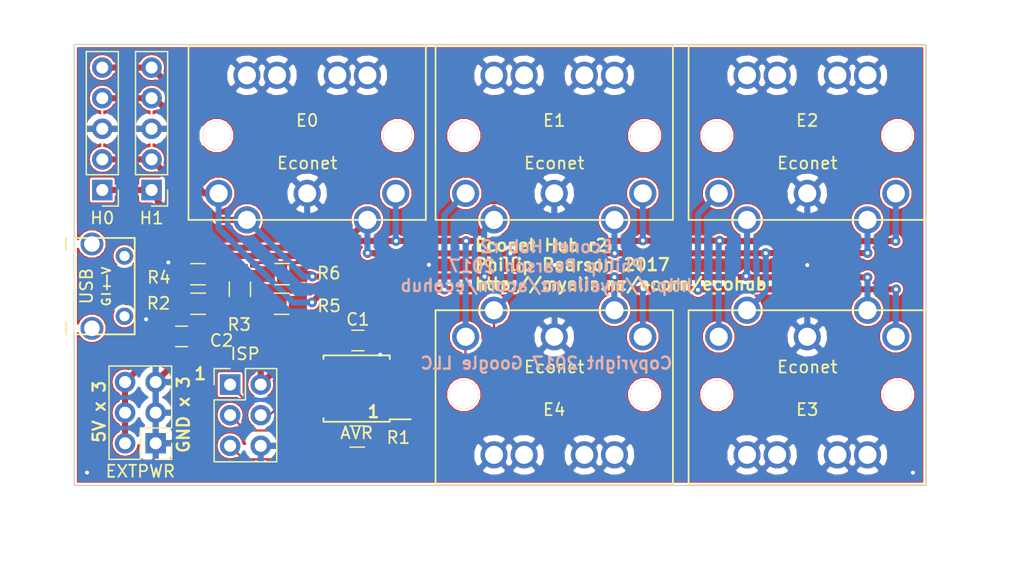
<source format=kicad_pcb>
(kicad_pcb (version 20171130) (host pcbnew "(5.0.1-3-g963ef8bb5)")
  (layers (0 F.Cu signal) (31 B.Cu signal) (34 B.Paste user) (35 F.Paste user) (36 B.SilkS user) (37 F.SilkS user) (38 B.Mask user) (39 F.Mask user) (44 Edge.Cuts user))
  (net 0 "")
  (net 1 GND)
  (net 2 econet_data_line_P)
  (net 3 econet_clock_line_M)
  (net 4 econet_data_line_M)
  (net 5 econet_clock_line_P)
  (net 6 avr_nRESET)
  (net 7 avr_MOSI)
  (net 8 avr_MISO)
  (net 9 avr_SCK)
  (net 10 5V)
  (net 11 bias_P)
  (net 12 bias_M)
  (module myelin-kicad:din_5_econet_pcb_mount (layer F.Cu) (at 108.495 73)
    (fp_text reference E0 (at 0 -1) (layer F.SilkS))
    (fp_text value Econet (at 0 2.54) (layer F.SilkS))
    (fp_line (start -9.85 -7.25) (end -9.85 7.25) (layer F.SilkS) (width 0.15))
    (fp_line (start -9.85 7.25) (end 9.85 7.25) (layer F.SilkS) (width 0.15))
    (fp_line (start 9.85 7.25) (end 9.85 -7.25) (layer F.SilkS) (width 0.15))
    (fp_line (start 9.85 -7.25) (end -9.85 -7.25) (layer F.SilkS) (width 0.15))
    (pad S1 thru_hole circle (at -5 -4.75) (size 2.25 2.25) (drill 1.5) (layers *.Cu *.Mask) (net 1 GND))
    (pad S2 thru_hole circle (at -2.5 -4.75) (size 2.25 2.25) (drill 1.5) (layers *.Cu *.Mask) (net 1 GND))
    (pad S3 thru_hole circle (at 2.5 -4.75) (size 2.25 2.25) (drill 1.5) (layers *.Cu *.Mask) (net 1 GND))
    (pad S4 thru_hole circle (at 5 -4.75) (size 2.25 2.25) (drill 1.5) (layers *.Cu *.Mask) (net 1 GND))
    (pad M1 thru_hole circle (at -7.505 0.25) (size 2.39 2.39) (drill 2.39) (layers *.Cu *.Mask))
    (pad M2 thru_hole circle (at 7.505 0.25) (size 2.39 2.39) (drill 2.39) (layers *.Cu *.Mask))
    (pad 2 thru_hole circle (at 0 5.05) (size 2.25 2.25) (drill 1.5) (layers *.Cu *.Mask) (net 1 GND))
    (pad 1 thru_hole circle (at -7.35 5.05) (size 2.25 2.25) (drill 1.5) (layers *.Cu *.Mask) (net 2 econet_data_line_P))
    (pad 3 thru_hole circle (at 7.35 5.05) (size 2.25 2.25) (drill 1.5) (layers *.Cu *.Mask) (net 3 econet_clock_line_M))
    (pad 4 thru_hole circle (at -5 7.25) (size 2.25 2.25) (drill 1.5) (layers *.Cu *.Mask) (net 4 econet_data_line_M))
    (pad 5 thru_hole circle (at 5 7.25) (size 2.25 2.25) (drill 1.5) (layers *.Cu *.Mask) (net 5 econet_clock_line_P))
  )
  (module myelin-kicad:din_5_econet_pcb_mount (layer F.Cu) (at 129 73)
    (fp_text reference E1 (at 0 -1) (layer F.SilkS))
    (fp_text value Econet (at 0 2.54) (layer F.SilkS))
    (fp_line (start -9.85 -7.25) (end -9.85 7.25) (layer F.SilkS) (width 0.15))
    (fp_line (start -9.85 7.25) (end 9.85 7.25) (layer F.SilkS) (width 0.15))
    (fp_line (start 9.85 7.25) (end 9.85 -7.25) (layer F.SilkS) (width 0.15))
    (fp_line (start 9.85 -7.25) (end -9.85 -7.25) (layer F.SilkS) (width 0.15))
    (pad S1 thru_hole circle (at -5 -4.75) (size 2.25 2.25) (drill 1.5) (layers *.Cu *.Mask) (net 1 GND))
    (pad S2 thru_hole circle (at -2.5 -4.75) (size 2.25 2.25) (drill 1.5) (layers *.Cu *.Mask) (net 1 GND))
    (pad S3 thru_hole circle (at 2.5 -4.75) (size 2.25 2.25) (drill 1.5) (layers *.Cu *.Mask) (net 1 GND))
    (pad S4 thru_hole circle (at 5 -4.75) (size 2.25 2.25) (drill 1.5) (layers *.Cu *.Mask) (net 1 GND))
    (pad M1 thru_hole circle (at -7.505 0.25) (size 2.39 2.39) (drill 2.39) (layers *.Cu *.Mask))
    (pad M2 thru_hole circle (at 7.505 0.25) (size 2.39 2.39) (drill 2.39) (layers *.Cu *.Mask))
    (pad 2 thru_hole circle (at 0 5.05) (size 2.25 2.25) (drill 1.5) (layers *.Cu *.Mask) (net 1 GND))
    (pad 1 thru_hole circle (at -7.35 5.05) (size 2.25 2.25) (drill 1.5) (layers *.Cu *.Mask) (net 2 econet_data_line_P))
    (pad 3 thru_hole circle (at 7.35 5.05) (size 2.25 2.25) (drill 1.5) (layers *.Cu *.Mask) (net 3 econet_clock_line_M))
    (pad 4 thru_hole circle (at -5 7.25) (size 2.25 2.25) (drill 1.5) (layers *.Cu *.Mask) (net 4 econet_data_line_M))
    (pad 5 thru_hole circle (at 5 7.25) (size 2.25 2.25) (drill 1.5) (layers *.Cu *.Mask) (net 5 econet_clock_line_P))
  )
  (module myelin-kicad:din_5_econet_pcb_mount (layer F.Cu) (at 150 73)
    (fp_text reference E2 (at 0 -1) (layer F.SilkS))
    (fp_text value Econet (at 0 2.54) (layer F.SilkS))
    (fp_line (start -9.85 -7.25) (end -9.85 7.25) (layer F.SilkS) (width 0.15))
    (fp_line (start -9.85 7.25) (end 9.85 7.25) (layer F.SilkS) (width 0.15))
    (fp_line (start 9.85 7.25) (end 9.85 -7.25) (layer F.SilkS) (width 0.15))
    (fp_line (start 9.85 -7.25) (end -9.85 -7.25) (layer F.SilkS) (width 0.15))
    (pad S1 thru_hole circle (at -5 -4.75) (size 2.25 2.25) (drill 1.5) (layers *.Cu *.Mask) (net 1 GND))
    (pad S2 thru_hole circle (at -2.5 -4.75) (size 2.25 2.25) (drill 1.5) (layers *.Cu *.Mask) (net 1 GND))
    (pad S3 thru_hole circle (at 2.5 -4.75) (size 2.25 2.25) (drill 1.5) (layers *.Cu *.Mask) (net 1 GND))
    (pad S4 thru_hole circle (at 5 -4.75) (size 2.25 2.25) (drill 1.5) (layers *.Cu *.Mask) (net 1 GND))
    (pad M1 thru_hole circle (at -7.505 0.25) (size 2.39 2.39) (drill 2.39) (layers *.Cu *.Mask))
    (pad M2 thru_hole circle (at 7.505 0.25) (size 2.39 2.39) (drill 2.39) (layers *.Cu *.Mask))
    (pad 2 thru_hole circle (at 0 5.05) (size 2.25 2.25) (drill 1.5) (layers *.Cu *.Mask) (net 1 GND))
    (pad 1 thru_hole circle (at -7.35 5.05) (size 2.25 2.25) (drill 1.5) (layers *.Cu *.Mask) (net 2 econet_data_line_P))
    (pad 3 thru_hole circle (at 7.35 5.05) (size 2.25 2.25) (drill 1.5) (layers *.Cu *.Mask) (net 3 econet_clock_line_M))
    (pad 4 thru_hole circle (at -5 7.25) (size 2.25 2.25) (drill 1.5) (layers *.Cu *.Mask) (net 4 econet_data_line_M))
    (pad 5 thru_hole circle (at 5 7.25) (size 2.25 2.25) (drill 1.5) (layers *.Cu *.Mask) (net 5 econet_clock_line_P))
  )
  (module myelin-kicad:din_5_econet_pcb_mount (layer F.Cu) (at 150 95 180)
    (fp_text reference E3 (at 0 -1 180) (layer F.SilkS))
    (fp_text value Econet (at 0 2.54 180) (layer F.SilkS))
    (fp_line (start -9.85 -7.25) (end -9.85 7.25) (layer F.SilkS) (width 0.15))
    (fp_line (start -9.85 7.25) (end 9.85 7.25) (layer F.SilkS) (width 0.15))
    (fp_line (start 9.85 7.25) (end 9.85 -7.25) (layer F.SilkS) (width 0.15))
    (fp_line (start 9.85 -7.25) (end -9.85 -7.25) (layer F.SilkS) (width 0.15))
    (pad S1 thru_hole circle (at -5 -4.75 180) (size 2.25 2.25) (drill 1.5) (layers *.Cu *.Mask) (net 1 GND))
    (pad S2 thru_hole circle (at -2.5 -4.75 180) (size 2.25 2.25) (drill 1.5) (layers *.Cu *.Mask) (net 1 GND))
    (pad S3 thru_hole circle (at 2.5 -4.75 180) (size 2.25 2.25) (drill 1.5) (layers *.Cu *.Mask) (net 1 GND))
    (pad S4 thru_hole circle (at 5 -4.75 180) (size 2.25 2.25) (drill 1.5) (layers *.Cu *.Mask) (net 1 GND))
    (pad M1 thru_hole circle (at -7.505 0.25 180) (size 2.39 2.39) (drill 2.39) (layers *.Cu *.Mask))
    (pad M2 thru_hole circle (at 7.505 0.25 180) (size 2.39 2.39) (drill 2.39) (layers *.Cu *.Mask))
    (pad 2 thru_hole circle (at 0 5.05 180) (size 2.25 2.25) (drill 1.5) (layers *.Cu *.Mask) (net 1 GND))
    (pad 1 thru_hole circle (at -7.35 5.05 180) (size 2.25 2.25) (drill 1.5) (layers *.Cu *.Mask) (net 2 econet_data_line_P))
    (pad 3 thru_hole circle (at 7.35 5.05 180) (size 2.25 2.25) (drill 1.5) (layers *.Cu *.Mask) (net 3 econet_clock_line_M))
    (pad 4 thru_hole circle (at -5 7.25 180) (size 2.25 2.25) (drill 1.5) (layers *.Cu *.Mask) (net 4 econet_data_line_M))
    (pad 5 thru_hole circle (at 5 7.25 180) (size 2.25 2.25) (drill 1.5) (layers *.Cu *.Mask) (net 5 econet_clock_line_P))
  )
  (module myelin-kicad:din_5_econet_pcb_mount (layer F.Cu) (at 129 95 180)
    (fp_text reference E4 (at 0 -1 180) (layer F.SilkS))
    (fp_text value Econet (at 0 2.54 180) (layer F.SilkS))
    (fp_line (start -9.85 -7.25) (end -9.85 7.25) (layer F.SilkS) (width 0.15))
    (fp_line (start -9.85 7.25) (end 9.85 7.25) (layer F.SilkS) (width 0.15))
    (fp_line (start 9.85 7.25) (end 9.85 -7.25) (layer F.SilkS) (width 0.15))
    (fp_line (start 9.85 -7.25) (end -9.85 -7.25) (layer F.SilkS) (width 0.15))
    (pad S1 thru_hole circle (at -5 -4.75 180) (size 2.25 2.25) (drill 1.5) (layers *.Cu *.Mask) (net 1 GND))
    (pad S2 thru_hole circle (at -2.5 -4.75 180) (size 2.25 2.25) (drill 1.5) (layers *.Cu *.Mask) (net 1 GND))
    (pad S3 thru_hole circle (at 2.5 -4.75 180) (size 2.25 2.25) (drill 1.5) (layers *.Cu *.Mask) (net 1 GND))
    (pad S4 thru_hole circle (at 5 -4.75 180) (size 2.25 2.25) (drill 1.5) (layers *.Cu *.Mask) (net 1 GND))
    (pad M1 thru_hole circle (at -7.505 0.25 180) (size 2.39 2.39) (drill 2.39) (layers *.Cu *.Mask))
    (pad M2 thru_hole circle (at 7.505 0.25 180) (size 2.39 2.39) (drill 2.39) (layers *.Cu *.Mask))
    (pad 2 thru_hole circle (at 0 5.05 180) (size 2.25 2.25) (drill 1.5) (layers *.Cu *.Mask) (net 1 GND))
    (pad 1 thru_hole circle (at -7.35 5.05 180) (size 2.25 2.25) (drill 1.5) (layers *.Cu *.Mask) (net 2 econet_data_line_P))
    (pad 3 thru_hole circle (at 7.35 5.05 180) (size 2.25 2.25) (drill 1.5) (layers *.Cu *.Mask) (net 3 econet_clock_line_M))
    (pad 4 thru_hole circle (at -5 7.25 180) (size 2.25 2.25) (drill 1.5) (layers *.Cu *.Mask) (net 4 econet_data_line_M))
    (pad 5 thru_hole circle (at 5 7.25 180) (size 2.25 2.25) (drill 1.5) (layers *.Cu *.Mask) (net 5 econet_clock_line_P))
  )
  (module Capacitors_SMD:C_0805_HandSoldering (layer F.Cu) (at 112.7 90.26)
    (fp_text reference C1 (at 0 -1.75) (layer F.SilkS))
    (fp_text value 100n)
    (fp_line (start 0.5 -0.85) (end -0.5 -0.85) (layer F.SilkS) (width 0.12))
    (fp_line (start -0.5 0.85) (end 0.5 0.85) (layer F.SilkS) (width 0.12))
    (pad 1 smd rect (at -1.25 0) (size 1.5 1.25) (layers F.Cu F.Paste F.Mask) (net 10 5V))
    (pad 2 smd rect (at 1.25 0) (size 1.5 1.25) (layers F.Cu F.Paste F.Mask) (net 1 GND))
  )
  (module Pin_Headers:Pin_Header_Straight_2x03_Pitch2.54mm (layer F.Cu) (at 102.1 93.92)
    (fp_text reference ISP (at 1.24 -2.55) (layer F.SilkS))
    (fp_text value "avr isp")
    (fp_line (start -1.33 6.41) (end 3.87 6.41) (layer F.SilkS) (width 0.12))
    (fp_line (start -1.33 1.27) (end -1.33 6.41) (layer F.SilkS) (width 0.12))
    (fp_line (start 3.87 -1.33) (end 3.87 6.41) (layer F.SilkS) (width 0.12))
    (fp_line (start -1.33 1.27) (end 1.27 1.27) (layer F.SilkS) (width 0.12))
    (fp_line (start 1.27 1.27) (end 1.27 -1.33) (layer F.SilkS) (width 0.12))
    (fp_line (start 1.27 -1.33) (end 3.87 -1.33) (layer F.SilkS) (width 0.12))
    (fp_line (start -1.33 0) (end -1.33 -1.33) (layer F.SilkS) (width 0.12))
    (fp_line (start -1.33 -1.33) (end 0 -1.33) (layer F.SilkS) (width 0.12))
    (pad 1 thru_hole rect (at 0 0) (size 1.7 1.7) (drill 1) (layers *.Cu *.Mask) (net 8 avr_MISO))
    (pad 2 thru_hole oval (at 2.54 0) (size 1.7 1.7) (drill 1) (layers *.Cu *.Mask) (net 10 5V))
    (pad 3 thru_hole oval (at 0 2.54) (size 1.7 1.7) (drill 1) (layers *.Cu *.Mask) (net 9 avr_SCK))
    (pad 4 thru_hole oval (at 2.54 2.54) (size 1.7 1.7) (drill 1) (layers *.Cu *.Mask) (net 7 avr_MOSI))
    (pad 5 thru_hole oval (at 0 5.08) (size 1.7 1.7) (drill 1) (layers *.Cu *.Mask) (net 6 avr_nRESET))
    (pad 6 thru_hole oval (at 2.54 5.08) (size 1.7 1.7) (drill 1) (layers *.Cu *.Mask) (net 1 GND))
  )
  (module Resistors_SMD:R_0805_HandSoldering (layer F.Cu) (at 112.65 98.23)
    (fp_text reference R1 (at 3.41 0.09) (layer F.SilkS))
    (fp_text value 10k)
    (fp_line (start 0.6 0.88) (end -0.6 0.88) (layer F.SilkS) (width 0.12))
    (fp_line (start -0.6 -0.88) (end 0.6 -0.88) (layer F.SilkS) (width 0.12))
    (pad 1 smd rect (at -1.35 0) (size 1.5 1.3) (layers F.Cu F.Paste F.Mask) (net 10 5V))
    (pad 2 smd rect (at 1.35 0) (size 1.5 1.3) (layers F.Cu F.Paste F.Mask) (net 6 avr_nRESET))
  )
  (module Capacitors_SMD:C_0805_HandSoldering (layer F.Cu) (at 98.07 89.92)
    (fp_text reference C2 (at 3.32 0.34) (layer F.SilkS))
    (fp_text value 10u)
    (fp_line (start 0.5 -0.85) (end -0.5 -0.85) (layer F.SilkS) (width 0.12))
    (fp_line (start -0.5 0.85) (end 0.5 0.85) (layer F.SilkS) (width 0.12))
    (pad 1 smd rect (at -1.25 0) (size 1.5 1.25) (layers F.Cu F.Paste F.Mask) (net 10 5V))
    (pad 2 smd rect (at 1.25 0) (size 1.5 1.25) (layers F.Cu F.Paste F.Mask) (net 1 GND))
  )
  (module Resistors_SMD:R_0805_HandSoldering (layer F.Cu) (at 99.45 87.21)
    (fp_text reference R2 (at -3.29 -0.03) (layer F.SilkS))
    (fp_text value 1k)
    (fp_line (start 0.6 0.88) (end -0.6 0.88) (layer F.SilkS) (width 0.12))
    (fp_line (start -0.6 -0.88) (end 0.6 -0.88) (layer F.SilkS) (width 0.12))
    (pad 1 smd rect (at -1.35 0) (size 1.5 1.3) (layers F.Cu F.Paste F.Mask) (net 10 5V))
    (pad 2 smd rect (at 1.35 0) (size 1.5 1.3) (layers F.Cu F.Paste F.Mask) (net 11 bias_P))
  )
  (module Resistors_SMD:R_0805_HandSoldering (layer F.Cu) (at 102.91 86.01 90)
    (fp_text reference R3 (at -2.93 -0.06 180) (layer F.SilkS))
    (fp_text value 220R)
    (fp_line (start 0.6 0.88) (end -0.6 0.88) (layer F.SilkS) (width 0.12))
    (fp_line (start -0.6 -0.88) (end 0.6 -0.88) (layer F.SilkS) (width 0.12))
    (pad 1 smd rect (at -1.35 0 90) (size 1.5 1.3) (layers F.Cu F.Paste F.Mask) (net 11 bias_P))
    (pad 2 smd rect (at 1.35 0 90) (size 1.5 1.3) (layers F.Cu F.Paste F.Mask) (net 12 bias_M))
  )
  (module Resistors_SMD:R_0805_HandSoldering (layer F.Cu) (at 99.43 84.76 180)
    (fp_text reference R4 (at 3.24 -0.27 180) (layer F.SilkS))
    (fp_text value 1k)
    (fp_line (start 0.6 0.88) (end -0.6 0.88) (layer F.SilkS) (width 0.12))
    (fp_line (start -0.6 -0.88) (end 0.6 -0.88) (layer F.SilkS) (width 0.12))
    (pad 1 smd rect (at -1.35 0 180) (size 1.5 1.3) (layers F.Cu F.Paste F.Mask) (net 12 bias_M))
    (pad 2 smd rect (at 1.35 0 180) (size 1.5 1.3) (layers F.Cu F.Paste F.Mask) (net 1 GND))
  )
  (module Pin_Headers:Pin_Header_Straight_1x05_Pitch2.54mm (layer F.Cu) (at 91.49 77.77 180)
    (fp_text reference H0 (at 0 -2.33 180) (layer F.SilkS))
    (fp_text value Econet)
    (fp_line (start -1.33 11.49) (end 1.33 11.49) (layer F.SilkS) (width 0.12))
    (fp_line (start -1.33 1.27) (end -1.33 11.49) (layer F.SilkS) (width 0.12))
    (fp_line (start 1.33 1.27) (end 1.33 11.49) (layer F.SilkS) (width 0.12))
    (fp_line (start -1.33 1.27) (end 1.33 1.27) (layer F.SilkS) (width 0.12))
    (fp_line (start -1.33 0) (end -1.33 -1.33) (layer F.SilkS) (width 0.12))
    (fp_line (start -1.33 -1.33) (end 0 -1.33) (layer F.SilkS) (width 0.12))
    (pad 1 thru_hole rect (at 0 0 180) (size 1.7 1.7) (drill 1) (layers *.Cu *.Mask) (net 3 econet_clock_line_M))
    (pad 2 thru_hole oval (at 0 2.54 180) (size 1.7 1.7) (drill 1) (layers *.Cu *.Mask) (net 5 econet_clock_line_P))
    (pad 3 thru_hole oval (at 0 5.08 180) (size 1.7 1.7) (drill 1) (layers *.Cu *.Mask) (net 1 GND))
    (pad 4 thru_hole oval (at 0 7.62 180) (size 1.7 1.7) (drill 1) (layers *.Cu *.Mask) (net 4 econet_data_line_M))
    (pad 5 thru_hole oval (at 0 10.16 180) (size 1.7 1.7) (drill 1) (layers *.Cu *.Mask) (net 2 econet_data_line_P))
  )
  (module Pin_Headers:Pin_Header_Straight_1x05_Pitch2.54mm (layer F.Cu) (at 95.58 77.77 180)
    (fp_text reference H1 (at 0 -2.33 180) (layer F.SilkS))
    (fp_text value Econet)
    (fp_line (start -1.33 11.49) (end 1.33 11.49) (layer F.SilkS) (width 0.12))
    (fp_line (start -1.33 1.27) (end -1.33 11.49) (layer F.SilkS) (width 0.12))
    (fp_line (start 1.33 1.27) (end 1.33 11.49) (layer F.SilkS) (width 0.12))
    (fp_line (start -1.33 1.27) (end 1.33 1.27) (layer F.SilkS) (width 0.12))
    (fp_line (start -1.33 0) (end -1.33 -1.33) (layer F.SilkS) (width 0.12))
    (fp_line (start -1.33 -1.33) (end 0 -1.33) (layer F.SilkS) (width 0.12))
    (pad 1 thru_hole rect (at 0 0 180) (size 1.7 1.7) (drill 1) (layers *.Cu *.Mask) (net 3 econet_clock_line_M))
    (pad 2 thru_hole oval (at 0 2.54 180) (size 1.7 1.7) (drill 1) (layers *.Cu *.Mask) (net 5 econet_clock_line_P))
    (pad 3 thru_hole oval (at 0 5.08 180) (size 1.7 1.7) (drill 1) (layers *.Cu *.Mask) (net 1 GND))
    (pad 4 thru_hole oval (at 0 7.62 180) (size 1.7 1.7) (drill 1) (layers *.Cu *.Mask) (net 4 econet_data_line_M))
    (pad 5 thru_hole oval (at 0 10.16 180) (size 1.7 1.7) (drill 1) (layers *.Cu *.Mask) (net 2 econet_data_line_P))
  )
  (module Resistors_SMD:R_0805_HandSoldering (layer F.Cu) (at 106.37 87.21)
    (fp_text reference R5 (at 3.94 0.18) (layer F.SilkS))
    (fp_text value 56R)
    (fp_line (start 0.6 0.88) (end -0.6 0.88) (layer F.SilkS) (width 0.12))
    (fp_line (start -0.6 -0.88) (end 0.6 -0.88) (layer F.SilkS) (width 0.12))
    (pad 1 smd rect (at -1.35 0) (size 1.5 1.3) (layers F.Cu F.Paste F.Mask) (net 11 bias_P))
    (pad 2 smd rect (at 1.35 0) (size 1.5 1.3) (layers F.Cu F.Paste F.Mask) (net 2 econet_data_line_P))
  )
  (module Resistors_SMD:R_0805_HandSoldering (layer F.Cu) (at 106.41 84.75)
    (fp_text reference R6 (at 3.88 -0.08) (layer F.SilkS))
    (fp_text value 56R)
    (fp_line (start 0.6 0.88) (end -0.6 0.88) (layer F.SilkS) (width 0.12))
    (fp_line (start -0.6 -0.88) (end 0.6 -0.88) (layer F.SilkS) (width 0.12))
    (pad 1 smd rect (at -1.35 0) (size 1.5 1.3) (layers F.Cu F.Paste F.Mask) (net 12 bias_M))
    (pad 2 smd rect (at 1.35 0) (size 1.5 1.3) (layers F.Cu F.Paste F.Mask) (net 4 econet_data_line_M))
  )
  (module myelin-kicad:via_single (layer F.Cu) (at 90.22 101.22)
    (fp_text reference staple_single1 hide)
    (fp_text value "" hide)
    (pad 1 thru_hole circle (at 0 0) (size 0.8128 0.8128) (drill 0.3302) (layers *.Cu) (net 1 GND))
  )
  (module myelin-kicad:via_single (layer F.Cu) (at 158.77 101.23)
    (fp_text reference staple_single2 hide)
    (fp_text value "" hide)
    (pad 1 thru_hole circle (at 0 0) (size 0.8128 0.8128) (drill 0.3302) (layers *.Cu) (net 1 GND))
  )
  (module myelin-kicad:via_single (layer F.Cu) (at 96.97 83.78)
    (fp_text reference staple_single3 hide)
    (fp_text value "" hide)
    (pad 1 thru_hole circle (at 0 0) (size 0.8128 0.8128) (drill 0.3302) (layers *.Cu) (net 1 GND))
  )
  (module myelin-kicad:via_single (layer F.Cu) (at 114.56 91.44)
    (fp_text reference staple_single4 hide)
    (fp_text value "" hide)
    (pad 1 thru_hole circle (at 0 0) (size 0.8128 0.8128) (drill 0.3302) (layers *.Cu) (net 1 GND))
  )
  (module Pin_Headers:Pin_Header_Straight_2x03_Pitch2.54mm (layer F.Cu) (at 95.92 98.79 180)
    (fp_text reference EXTPWR (at 1.27 -2.33 180) (layer F.SilkS))
    (fp_text value "ext pwr")
    (fp_line (start -1.33 6.41) (end 3.87 6.41) (layer F.SilkS) (width 0.12))
    (fp_line (start -1.33 1.27) (end -1.33 6.41) (layer F.SilkS) (width 0.12))
    (fp_line (start 3.87 -1.33) (end 3.87 6.41) (layer F.SilkS) (width 0.12))
    (fp_line (start -1.33 1.27) (end 1.27 1.27) (layer F.SilkS) (width 0.12))
    (fp_line (start 1.27 1.27) (end 1.27 -1.33) (layer F.SilkS) (width 0.12))
    (fp_line (start 1.27 -1.33) (end 3.87 -1.33) (layer F.SilkS) (width 0.12))
    (fp_line (start -1.33 0) (end -1.33 -1.33) (layer F.SilkS) (width 0.12))
    (fp_line (start -1.33 -1.33) (end 0 -1.33) (layer F.SilkS) (width 0.12))
    (pad 1 thru_hole rect (at 0 0 180) (size 1.7 1.7) (drill 1) (layers *.Cu *.Mask) (net 1 GND))
    (pad 2 thru_hole oval (at 2.54 0 180) (size 1.7 1.7) (drill 1) (layers *.Cu *.Mask) (net 10 5V))
    (pad 3 thru_hole oval (at 0 2.54 180) (size 1.7 1.7) (drill 1) (layers *.Cu *.Mask) (net 1 GND))
    (pad 4 thru_hole oval (at 2.54 2.54 180) (size 1.7 1.7) (drill 1) (layers *.Cu *.Mask) (net 10 5V))
    (pad 5 thru_hole oval (at 0 5.08 180) (size 1.7 1.7) (drill 1) (layers *.Cu *.Mask) (net 1 GND))
    (pad 6 thru_hole oval (at 2.54 5.08 180) (size 1.7 1.7) (drill 1) (layers *.Cu *.Mask) (net 10 5V))
  )
  (module myelin-kicad:micro_usb_b_smd_molex (layer F.Cu) (at 91.18 85.75 270)
    (fp_text reference USB (at 0 1 270) (layer F.SilkS))
    (fp_text value usb hide)
    (fp_line (start -4 -3) (end 4 -3) (layer F.SilkS) (width 0.15))
    (fp_line (start -4 -3) (end -4 2) (layer F.SilkS) (width 0.15))
    (fp_line (start -4 2) (end 4 2) (layer F.SilkS) (width 0.15))
    (fp_line (start 4 -3) (end 4 2) (layer F.SilkS) (width 0.15))
    (fp_line (start -4 2.7) (end -3 2.7) (layer F.SilkS) (width 0.15))
    (fp_line (start 3 2.7) (end 4 2.7) (layer F.SilkS) (width 0.15))
    (fp_text user V (at -1.3 -0.65 270) (layer F.SilkS) (effects (font (size 0.7 0.7))))
    (fp_text user - (at -0.65 -0.65 270) (layer F.SilkS) (effects (font (size 0.7 0.7))))
    (fp_text user + (at 0 -0.65 270) (layer F.SilkS) (effects (font (size 0.7 0.7))))
    (fp_text user I (at 0.65 -0.65 270) (layer F.SilkS) (effects (font (size 0.7 0.7))))
    (fp_text user G (at 1.3 -0.65 270) (layer F.SilkS) (effects (font (size 0.7 0.7))))
    (pad 1 smd rect (at -1.3 -2.4 270) (size 0.4 1.85) (layers F.Cu F.Paste F.Mask) (net 10 5V))
    (pad 2 smd rect (at -0.65 -2.4 270) (size 0.4 1.85) (layers F.Cu F.Paste F.Mask))
    (pad 3 smd rect (at 0 -2.4 270) (size 0.4 1.85) (layers F.Cu F.Paste F.Mask))
    (pad 4 smd rect (at 0.65 -2.4 270) (size 0.4 1.85) (layers F.Cu F.Paste F.Mask))
    (pad 5 smd rect (at 1.3 -2.4 270) (size 0.4 1.85) (layers F.Cu F.Paste F.Mask) (net 1 GND))
    (pad P0 thru_hole circle (at -2.5 -2.15 270) (size 1.45 1.45) (drill 0.85) (layers *.Cu *.Mask))
    (pad P1 thru_hole circle (at 2.5 -2.15 270) (size 1.45 1.45) (drill 0.85) (layers *.Cu *.Mask))
    (pad M0 thru_hole circle (at -3.5 0.55 270) (size 1.9 1.9) (drill 1.3) (layers *.Cu *.Mask))
    (pad M1 thru_hole circle (at 3.5 0.55 270) (size 1.9 1.9) (drill 1.3) (layers *.Cu *.Mask))
  )
  (module myelin-kicad:via_single (layer F.Cu) (at 95.13 88.5)
    (fp_text reference staple_single5 hide)
    (fp_text value "" hide)
    (pad 1 thru_hole circle (at 0 0) (size 0.8128 0.8128) (drill 0.3302) (layers *.Cu) (net 1 GND))
  )
  (module Housings_SOIC:SOIJ-8_5.3x5.3mm_Pitch1.27mm (layer F.Cu) (at 112.6 94.25 180)
    (fp_text reference AVR (at 0 -3.68 180) (layer F.SilkS))
    (fp_text value ATTINY85-20SU)
    (fp_line (start -2.75 -2.755) (end -2.75 -2.55) (layer F.SilkS) (width 0.15))
    (fp_line (start 2.75 -2.755) (end 2.75 -2.455) (layer F.SilkS) (width 0.15))
    (fp_line (start 2.75 2.755) (end 2.75 2.455) (layer F.SilkS) (width 0.15))
    (fp_line (start -2.75 2.755) (end -2.75 2.455) (layer F.SilkS) (width 0.15))
    (fp_line (start -2.75 -2.755) (end 2.75 -2.755) (layer F.SilkS) (width 0.15))
    (fp_line (start -2.75 2.755) (end 2.75 2.755) (layer F.SilkS) (width 0.15))
    (fp_line (start -2.75 -2.55) (end -4.5 -2.55) (layer F.SilkS) (width 0.15))
    (pad 1 smd rect (at -3.65 -1.905 180) (size 1.7 0.65) (layers F.Cu F.Paste F.Mask) (net 6 avr_nRESET))
    (pad 2 smd rect (at -3.65 -0.635 180) (size 1.7 0.65) (layers F.Cu F.Paste F.Mask) (net 5 econet_clock_line_P))
    (pad 3 smd rect (at -3.65 0.635 180) (size 1.7 0.65) (layers F.Cu F.Paste F.Mask) (net 3 econet_clock_line_M))
    (pad 4 smd rect (at -3.65 1.905 180) (size 1.7 0.65) (layers F.Cu F.Paste F.Mask) (net 1 GND))
    (pad 5 smd rect (at 3.65 1.905 180) (size 1.7 0.65) (layers F.Cu F.Paste F.Mask) (net 7 avr_MOSI))
    (pad 6 smd rect (at 3.65 0.635 180) (size 1.7 0.65) (layers F.Cu F.Paste F.Mask) (net 8 avr_MISO))
    (pad 7 smd rect (at 3.65 -0.635 180) (size 1.7 0.65) (layers F.Cu F.Paste F.Mask) (net 9 avr_SCK))
    (pad 8 smd rect (at 3.65 -1.905 180) (size 1.7 0.65) (layers F.Cu F.Paste F.Mask) (net 10 5V))
  )
  (gr_text "Econet Hub r2\nPhillip Pearson 2017\nhttp://myelin.nz/acorn/ecohub\n\n\n\nCopyright 2017 Google LLC" (at 128.35 87.31) (layer B.SilkS) (effects (font (size 1 1) (thickness 0.2)) (justify mirror)))
  (gr_text 1 (at 99.62 93.02) (layer F.SilkS) (effects (font (size 1 1) (thickness 0.2))))
  (gr_text "GND x 3" (at 98.22 96.41 90) (layer F.SilkS) (effects (font (size 1 1) (thickness 0.2))))
  (gr_text "5V x 3" (at 91.23 96.17 90) (layer F.SilkS) (effects (font (size 1 1) (thickness 0.2))))
  (gr_text 1 (at 114 96.17) (layer F.SilkS) (effects (font (size 1 1) (thickness 0.2))))
  (gr_text "Econet Hub r2\nPhillip Pearson 2017\nhttp://myelin.nz/acorn/ecohub\n" (at 122.301 83.97) (layer F.SilkS) (effects (font (size 1 1) (thickness 0.2)) (justify left)))
  (gr_line (start 89.16 102.29) (end 89.16 65.69) (layer Edge.Cuts) (width 0.1))
  (gr_line (start 159.86 102.29) (end 89.16 102.29) (layer Edge.Cuts) (width 0.1))
  (gr_line (start 159.86 65.69) (end 159.86 102.29) (layer Edge.Cuts) (width 0.1))
  (gr_line (start 89.16 65.69) (end 159.86 65.69) (layer Edge.Cuts) (width 0.1))
  (segment (start 96.97 83.78) (end 97.1 83.78) (width 0.508) (layer F.Cu) (net 1))
  (segment (start 97.1 83.78) (end 98.08 84.76) (width 0.508) (layer F.Cu) (net 1))
  (segment (start 98.08 84.76) (end 98.18 84.76) (width 0.508) (layer F.Cu) (net 1))
  (segment (start 114.56 91.44) (end 114.56 91.605) (width 0.508) (layer F.Cu) (net 1))
  (segment (start 114.56 91.605) (end 115.3 92.345) (width 0.508) (layer F.Cu) (net 1))
  (segment (start 113.95 90.26) (end 113.95 90.83) (width 0.508) (layer F.Cu) (net 1))
  (segment (start 113.95 90.83) (end 114.56 91.44) (width 0.508) (layer F.Cu) (net 1))
  (segment (start 118.6 83.98) (end 112.55 83.98) (width 0.508) (layer B.Cu) (net 1))
  (segment (start 112.55 83.98) (end 108.495 79.925) (width 0.508) (layer B.Cu) (net 1))
  (segment (start 118.62 84) (end 118.6 83.98) (width 0.508) (layer F.Cu) (net 1))
  (segment (start 129.03 84) (end 118.62 84) (width 0.508) (layer F.Cu) (net 1))
  (via (at 118.6 83.98) (size 0.8128) (drill 0.3302) (layers F.Cu B.Cu) (net 1))
  (segment (start 108.495 78.05) (end 108.495 79.925) (width 0.508) (layer B.Cu) (net 1))
  (segment (start 129 78.05) (end 129 83.97) (width 0.508) (layer B.Cu) (net 1))
  (segment (start 129 83.97) (end 129.03 84) (width 0.508) (layer B.Cu) (net 1))
  (segment (start 150 84) (end 150 89.95) (width 0.508) (layer B.Cu) (net 1))
  (segment (start 129.03 84) (end 129.03 89.92) (width 0.508) (layer B.Cu) (net 1))
  (segment (start 129.03 89.92) (end 129 89.95) (width 0.1778) (layer B.Cu) (net 1))
  (segment (start 150 84) (end 129.03 84) (width 0.508) (layer F.Cu) (net 1))
  (via (at 129.03 84) (size 0.8128) (drill 0.3302) (layers F.Cu B.Cu) (net 1))
  (segment (start 108 77.545) (end 108.495 77.05) (width 0.1778) (layer B.Cu) (net 1))
  (segment (start 150 78.05) (end 150 84) (width 0.508) (layer B.Cu) (net 1))
  (via (at 150 84) (size 0.8128) (drill 0.3302) (layers F.Cu B.Cu) (net 1))
  (segment (start 99.32 90.31) (end 99.32 89.92) (width 0.508) (layer F.Cu) (net 1))
  (segment (start 95.92 93.71) (end 99.32 90.31) (width 0.508) (layer F.Cu) (net 1))
  (segment (start 108.325264 87.1) (end 108.9 87.1) (width 0.508) (layer B.Cu) (net 2))
  (segment (start 101.145 80.935) (end 107.31 87.1) (width 0.508) (layer B.Cu) (net 2))
  (segment (start 109.306399 86.693601) (end 108.9 87.1) (width 0.508) (layer F.Cu) (net 2))
  (segment (start 107.31 87.1) (end 108.325264 87.1) (width 0.508) (layer B.Cu) (net 2))
  (segment (start 107.72 87.21) (end 107.83 87.1) (width 0.508) (layer F.Cu) (net 2))
  (segment (start 101.145 78.05) (end 101.145 80.935) (width 0.508) (layer B.Cu) (net 2))
  (segment (start 108.325264 87.1) (end 108.9 87.1) (width 0.508) (layer F.Cu) (net 2))
  (segment (start 109.96 86.04) (end 109.306399 86.693601) (width 0.508) (layer F.Cu) (net 2))
  (segment (start 119.88 86.04) (end 109.96 86.04) (width 0.508) (layer F.Cu) (net 2))
  (segment (start 107.83 87.1) (end 108.325264 87.1) (width 0.508) (layer F.Cu) (net 2))
  (via (at 108.9 87.1) (size 0.8128) (drill 0.3302) (layers F.Cu B.Cu) (net 2))
  (segment (start 91.49 67.61) (end 95.58 67.61) (width 0.508) (layer F.Cu) (net 2))
  (segment (start 95.58 67.61) (end 96.98 69.01) (width 0.508) (layer F.Cu) (net 2))
  (segment (start 96.98 69.01) (end 96.98 70.32) (width 0.508) (layer F.Cu) (net 2))
  (segment (start 96.98 70.32) (end 99.305811 72.645811) (width 0.508) (layer F.Cu) (net 2))
  (segment (start 99.305811 72.645811) (end 99.305811 77.385811) (width 0.508) (layer F.Cu) (net 2))
  (segment (start 99.305811 77.385811) (end 99.97 78.05) (width 0.508) (layer F.Cu) (net 2))
  (segment (start 99.97 78.05) (end 101.145 78.05) (width 0.508) (layer F.Cu) (net 2))
  (segment (start 140.93 85.485264) (end 140.93 86.06) (width 0.508) (layer B.Cu) (net 2))
  (segment (start 140.93 79.77) (end 140.93 85.485264) (width 0.508) (layer B.Cu) (net 2))
  (segment (start 142.65 78.05) (end 140.93 79.77) (width 0.508) (layer B.Cu) (net 2))
  (segment (start 121.65 78.05) (end 119.88 79.82) (width 0.508) (layer B.Cu) (net 2))
  (segment (start 157.35 86.030002) (end 157.370002 86.01) (width 0.508) (layer B.Cu) (net 2))
  (segment (start 157.35 89.95) (end 157.35 86.030002) (width 0.508) (layer B.Cu) (net 2))
  (via (at 157.370002 86.01) (size 0.8128) (drill 0.3302) (layers F.Cu B.Cu) (net 2))
  (segment (start 136.35 89.95) (end 136.35 86.01) (width 0.508) (layer B.Cu) (net 2))
  (segment (start 136.35 86.01) (end 136.36 86) (width 0.1778) (layer B.Cu) (net 2))
  (segment (start 140.98 86.01) (end 140.93 86.06) (width 0.508) (layer F.Cu) (net 2))
  (segment (start 157.370002 86.01) (end 140.98 86.01) (width 0.508) (layer F.Cu) (net 2))
  (segment (start 140.87 86) (end 140.93 86.06) (width 0.508) (layer F.Cu) (net 2))
  (segment (start 136.36 86) (end 140.87 86) (width 0.508) (layer F.Cu) (net 2))
  (via (at 140.93 86.06) (size 0.8128) (drill 0.3302) (layers F.Cu B.Cu) (net 2))
  (segment (start 119.92 86) (end 119.88 86.04) (width 0.508) (layer F.Cu) (net 2))
  (segment (start 136.36 86) (end 119.92 86) (width 0.508) (layer F.Cu) (net 2))
  (segment (start 119.88 85.465264) (end 119.88 86.04) (width 0.508) (layer B.Cu) (net 2))
  (segment (start 119.88 79.82) (end 119.88 85.465264) (width 0.508) (layer B.Cu) (net 2))
  (via (at 119.88 86.04) (size 0.8128) (drill 0.3302) (layers F.Cu B.Cu) (net 2))
  (via (at 136.36 86) (size 0.8128) (drill 0.3302) (layers F.Cu B.Cu) (net 2))
  (segment (start 116.775 93.615) (end 116.25 93.615) (width 0.1778) (layer F.Cu) (net 3))
  (segment (start 136.36 81.96) (end 136.36 78.06) (width 0.508) (layer B.Cu) (net 3))
  (segment (start 136.36 78.06) (end 136.35 78.05) (width 0.508) (layer B.Cu) (net 3))
  (segment (start 91.49 77.77) (end 95.58 77.77) (width 0.508) (layer F.Cu) (net 3))
  (segment (start 107.374189 83.245811) (end 100.605811 83.245811) (width 0.508) (layer F.Cu) (net 3))
  (segment (start 100.605811 83.245811) (end 96.1 78.74) (width 0.508) (layer F.Cu) (net 3))
  (segment (start 115.87 82) (end 108.62 82) (width 0.508) (layer F.Cu) (net 3))
  (segment (start 108.62 82) (end 107.374189 83.245811) (width 0.508) (layer F.Cu) (net 3))
  (segment (start 96.1 78.74) (end 96.1 78.29) (width 0.508) (layer F.Cu) (net 3))
  (segment (start 96.1 78.29) (end 95.58 77.77) (width 0.508) (layer F.Cu) (net 3))
  (segment (start 115.845 78.05) (end 115.845 81.975) (width 0.508) (layer B.Cu) (net 3))
  (segment (start 115.845 81.975) (end 115.87 82) (width 0.508) (layer B.Cu) (net 3))
  (segment (start 136.35 81.95) (end 136.36 81.96) (width 0.508) (layer F.Cu) (net 3))
  (segment (start 136.32 82) (end 136.36 81.96) (width 0.508) (layer F.Cu) (net 3))
  (segment (start 121.680002 82) (end 136.32 82) (width 0.508) (layer F.Cu) (net 3))
  (segment (start 136.38 81.98) (end 136.36 81.96) (width 0.508) (layer F.Cu) (net 3))
  (segment (start 136.68 81.98) (end 136.38 81.98) (width 0.508) (layer F.Cu) (net 3))
  (segment (start 142.72 81.98) (end 136.68 81.98) (width 0.508) (layer F.Cu) (net 3))
  (via (at 136.36 81.96) (size 0.8128) (drill 0.3302) (layers F.Cu B.Cu) (net 3))
  (segment (start 115.87 82) (end 116.444736 82) (width 0.508) (layer F.Cu) (net 3))
  (segment (start 121.65 82.030002) (end 121.680002 82) (width 0.508) (layer B.Cu) (net 3))
  (segment (start 121.65 89.95) (end 121.65 82.030002) (width 0.508) (layer B.Cu) (net 3))
  (segment (start 116.444736 82) (end 121.680002 82) (width 0.508) (layer F.Cu) (net 3))
  (via (at 121.680002 82) (size 0.8128) (drill 0.3302) (layers F.Cu B.Cu) (net 3))
  (segment (start 142.75 82.01) (end 142.72 81.98) (width 0.508) (layer F.Cu) (net 3))
  (segment (start 142.65 89.95) (end 142.65 82.05) (width 0.508) (layer B.Cu) (net 3))
  (segment (start 157.33 82.01) (end 142.75 82.01) (width 0.508) (layer F.Cu) (net 3))
  (segment (start 142.65 82.05) (end 142.72 81.98) (width 0.508) (layer B.Cu) (net 3))
  (via (at 142.72 81.98) (size 0.8128) (drill 0.3302) (layers F.Cu B.Cu) (net 3))
  (segment (start 157.35 78.05) (end 157.35 81.99) (width 0.508) (layer B.Cu) (net 3))
  (segment (start 157.35 81.99) (end 157.33 82.01) (width 0.508) (layer B.Cu) (net 3))
  (via (at 157.33 82.01) (size 0.8128) (drill 0.3302) (layers F.Cu B.Cu) (net 3))
  (via (at 115.87 82) (size 0.8128) (drill 0.3302) (layers F.Cu B.Cu) (net 3))
  (segment (start 121.63 89.97) (end 121.65 89.95) (width 0.1778) (layer F.Cu) (net 3))
  (segment (start 121.63 91.48) (end 121.63 89.97) (width 0.1778) (layer F.Cu) (net 3))
  (segment (start 119.525 93.615) (end 121.26 91.88) (width 0.1778) (layer F.Cu) (net 3))
  (segment (start 121.26 91.85) (end 121.63 91.48) (width 0.1778) (layer F.Cu) (net 3))
  (segment (start 121.26 91.88) (end 121.26 91.85) (width 0.1778) (layer F.Cu) (net 3))
  (segment (start 116.25 93.615) (end 119.525 93.615) (width 0.1778) (layer F.Cu) (net 3))
  (segment (start 107.76 84.75) (end 108.73 84.75) (width 0.508) (layer F.Cu) (net 4))
  (segment (start 108.73 84.75) (end 108.93 84.95) (width 0.508) (layer F.Cu) (net 4))
  (segment (start 103.495 80.25) (end 108.195 84.95) (width 0.508) (layer B.Cu) (net 4))
  (via (at 108.93 84.95) (size 0.8128) (drill 0.3302) (layers F.Cu B.Cu) (net 4))
  (segment (start 108.195 84.95) (end 108.93 84.95) (width 0.508) (layer B.Cu) (net 4))
  (segment (start 107.76 84.75) (end 108.12 84.75) (width 0.508) (layer F.Cu) (net 4))
  (segment (start 108.12 84.75) (end 108.32 84.95) (width 0.508) (layer F.Cu) (net 4))
  (segment (start 108.32 84.95) (end 123.22 84.95) (width 0.508) (layer F.Cu) (net 4))
  (segment (start 91.49 70.15) (end 95.58 70.15) (width 0.508) (layer F.Cu) (net 4))
  (segment (start 103.495 80.25) (end 101.13 80.25) (width 0.508) (layer F.Cu) (net 4))
  (segment (start 101.13 80.25) (end 98.62 77.74) (width 0.508) (layer F.Cu) (net 4))
  (segment (start 98.62 77.74) (end 98.62 72.94) (width 0.508) (layer F.Cu) (net 4))
  (segment (start 98.62 72.94) (end 95.95 70.27) (width 0.508) (layer F.Cu) (net 4))
  (segment (start 95.95 70.27) (end 95.7 70.27) (width 0.508) (layer F.Cu) (net 4))
  (segment (start 95.7 70.27) (end 95.58 70.15) (width 0.508) (layer F.Cu) (net 4))
  (segment (start 124 80.25) (end 123.18 81.07) (width 0.508) (layer B.Cu) (net 4))
  (segment (start 123.18 81.07) (end 123.18 84.91) (width 0.508) (layer B.Cu) (net 4))
  (segment (start 123.18 84.91) (end 123.22 84.95) (width 0.508) (layer B.Cu) (net 4))
  (segment (start 145 84.849998) (end 144.929998 84.92) (width 0.508) (layer B.Cu) (net 4))
  (segment (start 145 80.25) (end 145 84.849998) (width 0.508) (layer B.Cu) (net 4))
  (segment (start 123.49 79.76) (end 124 79.25) (width 0.508) (layer B.Cu) (net 4))
  (segment (start 133.99 85) (end 133.99 87.74) (width 0.508) (layer B.Cu) (net 4))
  (segment (start 133.99 87.74) (end 134 87.75) (width 0.508) (layer B.Cu) (net 4))
  (segment (start 155 87.75) (end 155 85.02) (width 0.508) (layer B.Cu) (net 4))
  (via (at 155 85.02) (size 0.8128) (drill 0.3302) (layers F.Cu B.Cu) (net 4))
  (segment (start 123.22 84.95) (end 123.48 84.95) (width 0.508) (layer F.Cu) (net 4))
  (via (at 123.22 84.95) (size 0.8128) (drill 0.3302) (layers F.Cu B.Cu) (net 4))
  (segment (start 145.029998 85.02) (end 144.929998 84.92) (width 0.508) (layer F.Cu) (net 4))
  (segment (start 155 85.02) (end 145.029998 85.02) (width 0.508) (layer F.Cu) (net 4))
  (segment (start 144.849998 85) (end 144.929998 84.92) (width 0.508) (layer F.Cu) (net 4))
  (segment (start 133.99 85) (end 144.849998 85) (width 0.508) (layer F.Cu) (net 4))
  (via (at 144.929998 84.92) (size 0.8128) (drill 0.3302) (layers F.Cu B.Cu) (net 4))
  (segment (start 123.55 85) (end 123.49 84.94) (width 0.508) (layer F.Cu) (net 4))
  (segment (start 133.99 85) (end 123.55 85) (width 0.508) (layer F.Cu) (net 4))
  (segment (start 123.48 84.95) (end 123.49 84.94) (width 0.508) (layer F.Cu) (net 4))
  (via (at 133.99 85) (size 0.8128) (drill 0.3302) (layers F.Cu B.Cu) (net 4))
  (segment (start 116.25 94.885) (end 116.775 94.885) (width 0.1778) (layer F.Cu) (net 5))
  (segment (start 95.58 75.23) (end 91.49 75.23) (width 0.508) (layer F.Cu) (net 5))
  (segment (start 113.495 80.25) (end 112.475 81.27) (width 0.508) (layer F.Cu) (net 5))
  (segment (start 112.475 81.27) (end 108.37 81.27) (width 0.508) (layer F.Cu) (net 5))
  (segment (start 108.37 81.27) (end 107.08 82.56) (width 0.508) (layer F.Cu) (net 5))
  (segment (start 107.08 82.56) (end 100.889882 82.56) (width 0.508) (layer F.Cu) (net 5))
  (segment (start 100.889882 82.56) (end 96.96 78.630118) (width 0.508) (layer F.Cu) (net 5))
  (segment (start 96.96 78.630118) (end 96.96 76.61) (width 0.508) (layer F.Cu) (net 5))
  (segment (start 96.96 76.61) (end 96.429999 76.079999) (width 0.508) (layer F.Cu) (net 5))
  (segment (start 96.429999 76.079999) (end 95.58 75.23) (width 0.508) (layer F.Cu) (net 5))
  (segment (start 113.495 80.25) (end 113.495 82.984998) (width 0.508) (layer B.Cu) (net 5))
  (segment (start 113.495 82.984998) (end 113.510002 83) (width 0.508) (layer B.Cu) (net 5))
  (segment (start 146.56 83) (end 146.55 83.01) (width 0.508) (layer F.Cu) (net 5))
  (segment (start 155 83) (end 146.56 83) (width 0.508) (layer F.Cu) (net 5))
  (segment (start 146.54 83.02) (end 146.55 83.01) (width 0.508) (layer F.Cu) (net 5))
  (segment (start 134.02 83.02) (end 146.54 83.02) (width 0.508) (layer F.Cu) (net 5))
  (segment (start 146.55 83.584736) (end 146.55 83.01) (width 0.508) (layer B.Cu) (net 5))
  (segment (start 145 87.75) (end 146.55 86.2) (width 0.508) (layer B.Cu) (net 5))
  (segment (start 146.55 86.2) (end 146.55 83.584736) (width 0.508) (layer B.Cu) (net 5))
  (via (at 146.55 83.01) (size 0.8128) (drill 0.3302) (layers F.Cu B.Cu) (net 5))
  (segment (start 124.775264 83.03) (end 125.35 83.03) (width 0.508) (layer F.Cu) (net 5))
  (segment (start 114.03 83.03) (end 124.775264 83.03) (width 0.508) (layer F.Cu) (net 5))
  (segment (start 114 83) (end 114.03 83.03) (width 0.508) (layer F.Cu) (net 5))
  (segment (start 125.35 83.604736) (end 125.35 83.03) (width 0.508) (layer B.Cu) (net 5))
  (segment (start 125.35 86.4) (end 125.35 83.604736) (width 0.508) (layer B.Cu) (net 5))
  (segment (start 124 87.75) (end 125.35 86.4) (width 0.508) (layer B.Cu) (net 5))
  (segment (start 125.36 83.02) (end 125.35 83.03) (width 0.508) (layer F.Cu) (net 5))
  (segment (start 134.02 83.02) (end 125.36 83.02) (width 0.508) (layer F.Cu) (net 5))
  (via (at 125.35 83.03) (size 0.8128) (drill 0.3302) (layers F.Cu B.Cu) (net 5))
  (segment (start 134 83) (end 134.02 83.02) (width 0.508) (layer B.Cu) (net 5))
  (segment (start 134 80.25) (end 134 83) (width 0.508) (layer B.Cu) (net 5))
  (via (at 134.02 83.02) (size 0.8128) (drill 0.3302) (layers F.Cu B.Cu) (net 5))
  (segment (start 155 80.25) (end 155 83) (width 0.508) (layer B.Cu) (net 5))
  (via (at 155 83) (size 0.8128) (drill 0.3302) (layers F.Cu B.Cu) (net 5))
  (segment (start 114 83) (end 113.510002 83) (width 0.1778) (layer F.Cu) (net 5))
  (via (at 113.510002 83) (size 0.8128) (drill 0.3302) (layers F.Cu B.Cu) (net 5))
  (segment (start 124 89.659718) (end 124 87.75) (width 0.1778) (layer F.Cu) (net 5))
  (segment (start 118.774718 94.885) (end 124 89.659718) (width 0.1778) (layer F.Cu) (net 5))
  (segment (start 116.25 94.885) (end 118.774718 94.885) (width 0.1778) (layer F.Cu) (net 5))
  (segment (start 114.1 98.23) (end 116.175 96.155) (width 0.1778) (layer F.Cu) (net 6))
  (segment (start 116.175 96.155) (end 116.25 96.155) (width 0.1778) (layer F.Cu) (net 6))
  (segment (start 114 98.23) (end 114.1 98.23) (width 0.1778) (layer F.Cu) (net 6))
  (segment (start 114 98.34) (end 114 98.23) (width 0.1778) (layer F.Cu) (net 6))
  (segment (start 112.223299 100.116701) (end 114 98.34) (width 0.1778) (layer F.Cu) (net 6))
  (segment (start 103.216701 100.116701) (end 112.223299 100.116701) (width 0.1778) (layer F.Cu) (net 6))
  (segment (start 102.1 99) (end 103.216701 100.116701) (width 0.1778) (layer F.Cu) (net 6))
  (segment (start 104.64 96.46) (end 104.64 96.42) (width 0.1778) (layer F.Cu) (net 7))
  (segment (start 104.64 96.42) (end 104.723299 96.336701) (width 0.1778) (layer F.Cu) (net 7))
  (segment (start 105.37 96.46) (end 104.64 96.46) (width 0.1778) (layer F.Cu) (net 7))
  (segment (start 107.59 94.24) (end 105.37 96.46) (width 0.1778) (layer F.Cu) (net 7))
  (segment (start 109.980062 94.24) (end 107.59 94.24) (width 0.1778) (layer F.Cu) (net 7))
  (segment (start 110.25 92.64) (end 110.25 93.970062) (width 0.1778) (layer F.Cu) (net 7))
  (segment (start 109.955 92.345) (end 110.25 92.64) (width 0.1778) (layer F.Cu) (net 7))
  (segment (start 110.25 93.970062) (end 109.980062 94.24) (width 0.1778) (layer F.Cu) (net 7))
  (segment (start 108.95 92.345) (end 109.955 92.345) (width 0.1778) (layer F.Cu) (net 7))
  (segment (start 102.1 93.97) (end 102.1 93.92) (width 0.1778) (layer F.Cu) (net 8))
  (segment (start 107.9222 93.615) (end 108.95 93.615) (width 0.1778) (layer F.Cu) (net 8))
  (segment (start 105.66 95.19) (end 107.235 93.615) (width 0.1778) (layer F.Cu) (net 8))
  (segment (start 103.33 95.19) (end 105.66 95.19) (width 0.1778) (layer F.Cu) (net 8))
  (segment (start 102.1 93.96) (end 103.33 95.19) (width 0.1778) (layer F.Cu) (net 8))
  (segment (start 107.235 93.615) (end 107.9222 93.615) (width 0.1778) (layer F.Cu) (net 8))
  (segment (start 102.1 93.92) (end 102.1 93.96) (width 0.1778) (layer F.Cu) (net 8))
  (segment (start 105.21 97.73) (end 108.055 94.885) (width 0.1778) (layer F.Cu) (net 9))
  (segment (start 108.055 94.885) (end 108.95 94.885) (width 0.1778) (layer F.Cu) (net 9))
  (segment (start 103.37 97.73) (end 105.21 97.73) (width 0.1778) (layer F.Cu) (net 9))
  (segment (start 102.1 96.46) (end 103.37 97.73) (width 0.1778) (layer F.Cu) (net 9))
  (segment (start 111.3 98.23) (end 110.43 98.23) (width 0.1778) (layer F.Cu) (net 10))
  (segment (start 110.43 98.23) (end 108.95 96.75) (width 0.1778) (layer F.Cu) (net 10))
  (segment (start 108.95 96.75) (end 108.95 96.155) (width 0.1778) (layer F.Cu) (net 10))
  (segment (start 108.95 96.155) (end 110.755 96.155) (width 0.508) (layer F.Cu) (net 10))
  (segment (start 98.1 87.21) (end 98.762242 87.21) (width 0.508) (layer F.Cu) (net 10))
  (segment (start 104.86 93.7) (end 104.64 93.92) (width 0.508) (layer F.Cu) (net 10))
  (segment (start 93.38 96.25) (end 93.38 98.79) (width 0.508) (layer F.Cu) (net 10))
  (segment (start 93.38 93.71) (end 93.38 96.25) (width 0.508) (layer F.Cu) (net 10))
  (segment (start 96.82 89.92) (end 96.82 88.49) (width 0.508) (layer F.Cu) (net 10))
  (segment (start 96.82 88.49) (end 98.1 87.21) (width 0.508) (layer F.Cu) (net 10))
  (segment (start 96.75 89.99) (end 96.82 89.92) (width 0.508) (layer F.Cu) (net 10))
  (segment (start 111.45 90.26) (end 111.45 90.3) (width 0.508) (layer F.Cu) (net 10))
  (segment (start 111.67 90.52) (end 111.67 95.24) (width 0.508) (layer F.Cu) (net 10))
  (segment (start 111.45 90.3) (end 111.67 90.52) (width 0.508) (layer F.Cu) (net 10))
  (segment (start 111.67 95.24) (end 110.755 96.155) (width 0.508) (layer F.Cu) (net 10))
  (segment (start 98 87.21) (end 98.1 87.21) (width 0.508) (layer F.Cu) (net 10))
  (segment (start 95.24 84.45) (end 98 87.21) (width 0.508) (layer F.Cu) (net 10))
  (segment (start 93.58 84.45) (end 95.24 84.45) (width 0.508) (layer F.Cu) (net 10))
  (segment (start 98.2 87.21) (end 99.52 88.53) (width 0.508) (layer F.Cu) (net 10))
  (segment (start 98.1 87.21) (end 98.2 87.21) (width 0.508) (layer F.Cu) (net 10))
  (segment (start 99.52 88.53) (end 100.89 88.53) (width 0.508) (layer F.Cu) (net 10))
  (segment (start 104.64 92.28) (end 104.64 93.92) (width 0.508) (layer F.Cu) (net 10))
  (segment (start 100.89 88.53) (end 104.64 92.28) (width 0.508) (layer F.Cu) (net 10))
  (segment (start 96.82 90.27) (end 96.82 89.92) (width 0.508) (layer F.Cu) (net 10))
  (segment (start 93.38 93.71) (end 96.82 90.27) (width 0.508) (layer F.Cu) (net 10))
  (segment (start 108.3 90.26) (end 111.45 90.26) (width 0.508) (layer F.Cu) (net 10))
  (segment (start 104.64 93.92) (end 108.3 90.26) (width 0.508) (layer F.Cu) (net 10))
  (segment (start 100.8 87.21) (end 102.76 87.21) (width 0.508) (layer F.Cu) (net 11))
  (segment (start 102.76 87.21) (end 102.91 87.36) (width 0.508) (layer F.Cu) (net 11))
  (segment (start 105.02 87.21) (end 103.06 87.21) (width 0.508) (layer F.Cu) (net 11))
  (segment (start 103.06 87.21) (end 102.91 87.36) (width 0.508) (layer F.Cu) (net 11))
  (segment (start 102.91 84.66) (end 104.97 84.66) (width 0.508) (layer F.Cu) (net 12))
  (segment (start 104.97 84.66) (end 105.06 84.75) (width 0.508) (layer F.Cu) (net 12))
  (segment (start 100.78 84.76) (end 102.81 84.76) (width 0.508) (layer F.Cu) (net 12))
  (segment (start 102.81 84.76) (end 102.91 84.66) (width 0.508) (layer F.Cu) (net 12))
  (zone (net 1) (net_name GND) (layer B.Cu) (connect_pads (clearance 0.254)) (min_thickness 0.254) (fill yes (arc_segments 16) (thermal_gap 0.508) (thermal_bridge_width 0.508))
    (polygon (pts (xy 83 62) (xy 168 62) (xy 168 109) (xy 83 109)))
  )
  (zone (net 1) (net_name GND) (layer F.Cu) (connect_pads (clearance 0.1778)) (min_thickness 0.1778) (fill yes (arc_segments 16) (thermal_gap 0.508) (thermal_bridge_width 0.508))
    (polygon (pts (xy 88 64) (xy 162 64) (xy 162 104) (xy 88 104)))
  )
)
</source>
